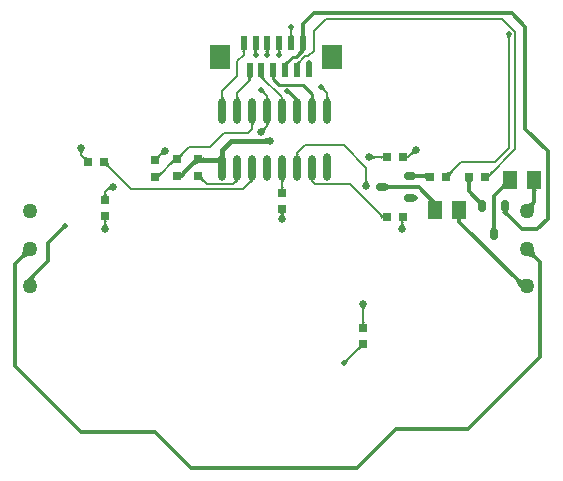
<source format=gbl>
G04 Layer_Physical_Order=2*
G04 Layer_Color=16711680*
%FSLAX25Y25*%
%MOIN*%
G70*
G01*
G75*
%ADD10C,0.00800*%
%ADD11C,0.01200*%
%ADD12C,0.01000*%
%ADD13C,0.01500*%
%ADD14C,0.05000*%
%ADD15C,0.02000*%
%ADD16C,0.02500*%
%ADD17R,0.05000X0.06300*%
%ADD18O,0.02362X0.08661*%
G04:AMPARAMS|DCode=19|XSize=23.62mil|YSize=39.37mil|CornerRadius=5.91mil|HoleSize=0mil|Usage=FLASHONLY|Rotation=90.000|XOffset=0mil|YOffset=0mil|HoleType=Round|Shape=RoundedRectangle|*
%AMROUNDEDRECTD19*
21,1,0.02362,0.02756,0,0,90.0*
21,1,0.01181,0.03937,0,0,90.0*
1,1,0.01181,0.01378,0.00591*
1,1,0.01181,0.01378,-0.00591*
1,1,0.01181,-0.01378,-0.00591*
1,1,0.01181,-0.01378,0.00591*
%
%ADD19ROUNDEDRECTD19*%
G04:AMPARAMS|DCode=20|XSize=23.62mil|YSize=39.37mil|CornerRadius=5.91mil|HoleSize=0mil|Usage=FLASHONLY|Rotation=180.000|XOffset=0mil|YOffset=0mil|HoleType=Round|Shape=RoundedRectangle|*
%AMROUNDEDRECTD20*
21,1,0.02362,0.02756,0,0,180.0*
21,1,0.01181,0.03937,0,0,180.0*
1,1,0.01181,-0.00591,0.01378*
1,1,0.01181,0.00591,0.01378*
1,1,0.01181,0.00591,-0.01378*
1,1,0.01181,-0.00591,-0.01378*
%
%ADD20ROUNDEDRECTD20*%
%ADD21R,0.03000X0.03000*%
%ADD22R,0.03000X0.03000*%
%ADD23R,0.07087X0.07874*%
%ADD24R,0.01969X0.04921*%
G36*
X3771404Y3025859D02*
X3771416Y3025721D01*
X3771436Y3025599D01*
X3771464Y3025493D01*
X3771500Y3025404D01*
X3771544Y3025331D01*
X3771596Y3025274D01*
X3771656Y3025233D01*
X3771724Y3025209D01*
X3771800Y3025201D01*
X3770200D01*
X3770276Y3025209D01*
X3770344Y3025233D01*
X3770404Y3025274D01*
X3770456Y3025331D01*
X3770500Y3025404D01*
X3770536Y3025493D01*
X3770564Y3025599D01*
X3770584Y3025721D01*
X3770596Y3025859D01*
X3770600Y3026013D01*
X3771400D01*
X3771404Y3025859D01*
D02*
G37*
G36*
X3806133Y3026430D02*
X3806213Y3026361D01*
X3806308Y3026300D01*
X3806421Y3026247D01*
X3806549Y3026202D01*
X3806695Y3026165D01*
X3806857Y3026137D01*
X3807035Y3026116D01*
X3807441Y3026100D01*
Y3024900D01*
X3807230Y3024896D01*
X3806857Y3024863D01*
X3806695Y3024835D01*
X3806549Y3024798D01*
X3806421Y3024753D01*
X3806308Y3024700D01*
X3806213Y3024639D01*
X3806133Y3024570D01*
X3806071Y3024492D01*
Y3026508D01*
X3806133Y3026430D01*
D02*
G37*
G36*
X3834361Y3027512D02*
X3834259Y3027476D01*
X3834169Y3027415D01*
X3834091Y3027330D01*
X3834025Y3027221D01*
X3833971Y3027088D01*
X3833929Y3026930D01*
X3833899Y3026748D01*
X3833881Y3026542D01*
X3833875Y3026312D01*
X3832675D01*
X3832669Y3026542D01*
X3832651Y3026748D01*
X3832621Y3026930D01*
X3832579Y3027088D01*
X3832525Y3027221D01*
X3832459Y3027330D01*
X3832381Y3027415D01*
X3832291Y3027476D01*
X3832189Y3027512D01*
X3832075Y3027524D01*
X3834475D01*
X3834361Y3027512D01*
D02*
G37*
G36*
X3756590Y3027880D02*
X3756534Y3027852D01*
X3756467Y3027809D01*
X3756386Y3027750D01*
X3756187Y3027586D01*
X3755796Y3027224D01*
X3755472Y3026906D01*
X3754790Y3027356D01*
X3754928Y3027500D01*
X3755131Y3027747D01*
X3755196Y3027852D01*
X3755236Y3027943D01*
X3755253Y3028021D01*
X3755245Y3028087D01*
X3755213Y3028139D01*
X3755157Y3028179D01*
X3755076Y3028205D01*
X3756590Y3027880D01*
D02*
G37*
G36*
X3799405Y3027820D02*
X3799419Y3027708D01*
X3799443Y3027599D01*
X3799476Y3027491D01*
X3799519Y3027386D01*
X3799571Y3027283D01*
X3799633Y3027182D01*
X3799704Y3027083D01*
X3799785Y3026987D01*
X3799875Y3026893D01*
X3798125D01*
X3798215Y3026987D01*
X3798296Y3027083D01*
X3798367Y3027182D01*
X3798429Y3027283D01*
X3798481Y3027386D01*
X3798524Y3027491D01*
X3798557Y3027599D01*
X3798581Y3027708D01*
X3798595Y3027820D01*
X3798600Y3027934D01*
X3799400D01*
X3799405Y3027820D01*
D02*
G37*
G36*
X3712404Y3023359D02*
X3712416Y3023221D01*
X3712436Y3023099D01*
X3712464Y3022993D01*
X3712500Y3022904D01*
X3712544Y3022831D01*
X3712596Y3022774D01*
X3712656Y3022733D01*
X3712724Y3022709D01*
X3712800Y3022701D01*
X3711200D01*
X3711276Y3022709D01*
X3711344Y3022733D01*
X3711404Y3022774D01*
X3711456Y3022831D01*
X3711500Y3022904D01*
X3711536Y3022993D01*
X3711564Y3023099D01*
X3711584Y3023221D01*
X3711596Y3023359D01*
X3711600Y3023513D01*
X3712400D01*
X3712404Y3023359D01*
D02*
G37*
G36*
X3814441Y3021158D02*
X3814421Y3021177D01*
X3814390Y3021195D01*
X3814349Y3021210D01*
X3814298Y3021223D01*
X3814236Y3021234D01*
X3814164Y3021244D01*
X3813990Y3021256D01*
X3813774Y3021260D01*
Y3022260D01*
X3813887Y3022261D01*
X3814236Y3022285D01*
X3814298Y3022297D01*
X3814349Y3022310D01*
X3814390Y3022325D01*
X3814421Y3022342D01*
X3814441Y3022362D01*
Y3021158D01*
D02*
G37*
G36*
X3856086Y3024662D02*
X3855984Y3024626D01*
X3855894Y3024565D01*
X3855816Y3024480D01*
X3855750Y3024371D01*
X3855696Y3024238D01*
X3855654Y3024080D01*
X3855624Y3023898D01*
X3855606Y3023692D01*
X3855600Y3023462D01*
X3854400D01*
X3854394Y3023692D01*
X3854376Y3023898D01*
X3854346Y3024080D01*
X3854304Y3024238D01*
X3854250Y3024371D01*
X3854184Y3024480D01*
X3854106Y3024565D01*
X3854016Y3024626D01*
X3853914Y3024662D01*
X3853800Y3024674D01*
X3856200D01*
X3856086Y3024662D01*
D02*
G37*
G36*
X3713783Y3024476D02*
X3713696Y3024530D01*
X3713608Y3024568D01*
X3713520Y3024591D01*
X3713432Y3024599D01*
X3713343Y3024592D01*
X3713254Y3024570D01*
X3713165Y3024533D01*
X3713076Y3024480D01*
X3712986Y3024413D01*
X3712896Y3024330D01*
X3712458Y3025024D01*
X3712606Y3025174D01*
X3713317Y3025971D01*
X3713371Y3026049D01*
X3713414Y3026118D01*
X3713783Y3024476D01*
D02*
G37*
G36*
X3844512Y3024662D02*
X3843663Y3023815D01*
Y3025512D01*
X3843826Y3025683D01*
X3843972Y3025854D01*
X3844101Y3026024D01*
X3844212Y3026195D01*
X3844307Y3026365D01*
X3844384Y3026534D01*
X3844445Y3026703D01*
X3844488Y3026872D01*
X3844515Y3027041D01*
X3844524Y3027209D01*
X3844512Y3024662D01*
D02*
G37*
G36*
X3761589Y3027880D02*
X3761534Y3027852D01*
X3761467Y3027809D01*
X3761386Y3027750D01*
X3761188Y3027586D01*
X3760796Y3027224D01*
X3760472Y3026906D01*
X3759790Y3027356D01*
X3759928Y3027500D01*
X3760131Y3027747D01*
X3760196Y3027852D01*
X3760237Y3027943D01*
X3760253Y3028021D01*
X3760245Y3028087D01*
X3760213Y3028139D01*
X3760157Y3028179D01*
X3760076Y3028205D01*
X3761589Y3027880D01*
D02*
G37*
G36*
X3827779Y3030488D02*
X3827620Y3030324D01*
X3827371Y3030030D01*
X3827281Y3029900D01*
X3827213Y3029781D01*
X3827168Y3029673D01*
X3827145Y3029577D01*
Y3029492D01*
X3827168Y3029419D01*
X3827213Y3029357D01*
X3826081Y3030488D01*
X3826144Y3030443D01*
X3826217Y3030420D01*
X3826302D01*
X3826398Y3030443D01*
X3826506Y3030488D01*
X3826625Y3030556D01*
X3826755Y3030646D01*
X3826896Y3030759D01*
X3827213Y3031054D01*
X3827779Y3030488D01*
D02*
G37*
G36*
X3730554Y3029488D02*
X3730446Y3029375D01*
X3730350Y3029262D01*
X3730265Y3029149D01*
X3730191Y3029036D01*
X3730129Y3028922D01*
X3730079Y3028809D01*
X3730039Y3028696D01*
X3730011Y3028583D01*
X3729994Y3028470D01*
X3729988Y3028357D01*
Y3030488D01*
X3729994Y3030411D01*
X3730011Y3030354D01*
X3730039Y3030317D01*
X3730079Y3030301D01*
X3730129Y3030304D01*
X3730191Y3030327D01*
X3730265Y3030370D01*
X3730350Y3030433D01*
X3730446Y3030516D01*
X3730554Y3030619D01*
Y3029488D01*
D02*
G37*
G36*
X3738761Y3029912D02*
X3738519Y3029662D01*
X3738112Y3029187D01*
X3737946Y3028962D01*
X3737806Y3028745D01*
X3737691Y3028538D01*
X3737603Y3028338D01*
X3737539Y3028147D01*
X3737501Y3027965D01*
X3737488Y3027791D01*
Y3030738D01*
X3737497Y3030670D01*
X3737522Y3030627D01*
X3737564Y3030610D01*
X3737624Y3030617D01*
X3737700Y3030649D01*
X3737793Y3030706D01*
X3737904Y3030788D01*
X3738031Y3030896D01*
X3738337Y3031185D01*
X3738761Y3029912D01*
D02*
G37*
G36*
X3766774Y3033010D02*
X3766738Y3032957D01*
X3766705Y3032894D01*
X3766677Y3032820D01*
X3766654Y3032735D01*
X3766634Y3032640D01*
X3766619Y3032534D01*
X3766602Y3032291D01*
X3766600Y3032153D01*
X3765400D01*
X3765398Y3032291D01*
X3765380Y3032534D01*
X3765366Y3032640D01*
X3765346Y3032735D01*
X3765322Y3032820D01*
X3765295Y3032894D01*
X3765262Y3032957D01*
X3765226Y3033010D01*
X3765185Y3033052D01*
X3766815D01*
X3766774Y3033010D01*
D02*
G37*
G36*
X3713158Y3033366D02*
X3713127Y3033301D01*
X3713121Y3033221D01*
X3713141Y3033129D01*
X3713185Y3033022D01*
X3713254Y3032902D01*
X3713348Y3032769D01*
X3713467Y3032622D01*
X3713779Y3032287D01*
X3712988Y3031946D01*
X3712834Y3032095D01*
X3712553Y3032330D01*
X3712427Y3032417D01*
X3712309Y3032484D01*
X3712201Y3032530D01*
X3712101Y3032556D01*
X3712011Y3032562D01*
X3711929Y3032547D01*
X3711856Y3032512D01*
X3713213Y3033418D01*
X3713158Y3033366D01*
D02*
G37*
G36*
X3744443Y3029071D02*
X3744430Y3028990D01*
X3744438Y3028899D01*
X3744465Y3028800D01*
X3744513Y3028691D01*
X3744581Y3028573D01*
X3744669Y3028447D01*
X3744777Y3028311D01*
X3745054Y3028012D01*
X3744738Y3027196D01*
X3744562Y3027367D01*
X3744251Y3027633D01*
X3744117Y3027729D01*
X3743997Y3027799D01*
X3743891Y3027844D01*
X3743799Y3027864D01*
X3743721Y3027859D01*
X3743657Y3027829D01*
X3743607Y3027774D01*
X3744476Y3029143D01*
X3744443Y3029071D01*
D02*
G37*
G36*
X3771718Y3028041D02*
X3771651Y3028009D01*
X3771592Y3027957D01*
X3771541Y3027883D01*
X3771498Y3027789D01*
X3771463Y3027674D01*
X3771435Y3027537D01*
X3771416Y3027380D01*
X3771404Y3027201D01*
X3771400Y3027002D01*
X3770600D01*
X3770596Y3027201D01*
X3770565Y3027537D01*
X3770537Y3027674D01*
X3770502Y3027789D01*
X3770459Y3027883D01*
X3770407Y3027957D01*
X3770349Y3028009D01*
X3770282Y3028041D01*
X3770207Y3028051D01*
X3771793D01*
X3771718Y3028041D01*
D02*
G37*
G36*
X3818799Y3028040D02*
X3818787Y3028154D01*
X3818750Y3028256D01*
X3818690Y3028346D01*
X3818605Y3028424D01*
X3818496Y3028490D01*
X3818363Y3028544D01*
X3818205Y3028586D01*
X3818023Y3028616D01*
X3817817Y3028634D01*
X3817587Y3028640D01*
Y3029840D01*
X3817817Y3029846D01*
X3818023Y3029864D01*
X3818205Y3029894D01*
X3818363Y3029936D01*
X3818496Y3029990D01*
X3818605Y3030056D01*
X3818690Y3030134D01*
X3818750Y3030224D01*
X3818787Y3030326D01*
X3818799Y3030440D01*
Y3028040D01*
D02*
G37*
G36*
X3840779Y3029713D02*
X3840670Y3029598D01*
X3840572Y3029484D01*
X3840485Y3029370D01*
X3840411Y3029256D01*
X3840347Y3029143D01*
X3840295Y3029030D01*
X3840255Y3028918D01*
X3840225Y3028805D01*
X3840207Y3028693D01*
X3840201Y3028582D01*
X3840213Y3030488D01*
X3840256Y3030492D01*
X3840303Y3030502D01*
X3840352Y3030520D01*
X3840404Y3030545D01*
X3840459Y3030577D01*
X3840517Y3030616D01*
X3840578Y3030663D01*
X3840709Y3030777D01*
X3840779Y3030844D01*
Y3029713D01*
D02*
G37*
G36*
X3815582Y3030170D02*
X3815662Y3030101D01*
X3815757Y3030040D01*
X3815870Y3029987D01*
X3815998Y3029942D01*
X3816144Y3029905D01*
X3816306Y3029877D01*
X3816484Y3029856D01*
X3816890Y3029840D01*
Y3028640D01*
X3816679Y3028636D01*
X3816306Y3028604D01*
X3816144Y3028575D01*
X3815998Y3028538D01*
X3815870Y3028493D01*
X3815757Y3028440D01*
X3815662Y3028379D01*
X3815582Y3028310D01*
X3815519Y3028233D01*
Y3030248D01*
X3815582Y3030170D01*
D02*
G37*
G36*
X3686975Y3002500D02*
X3686662Y3002496D01*
X3686089Y3002444D01*
X3685830Y3002396D01*
X3685588Y3002333D01*
X3685364Y3002255D01*
X3685158Y3002163D01*
X3684970Y3002057D01*
X3684800Y3001935D01*
X3684647Y3001799D01*
X3683799Y3002648D01*
X3683935Y3002800D01*
X3684056Y3002970D01*
X3684163Y3003158D01*
X3684255Y3003364D01*
X3684333Y3003588D01*
X3684396Y3003830D01*
X3684444Y3004089D01*
X3684477Y3004367D01*
X3684496Y3004662D01*
X3684500Y3004975D01*
X3686975Y3002500D01*
D02*
G37*
G36*
X3688798Y2995950D02*
X3688642Y2995777D01*
X3688520Y2995606D01*
X3688431Y2995437D01*
X3688375Y2995268D01*
X3688354Y2995101D01*
X3688366Y2994936D01*
X3688411Y2994771D01*
X3688491Y2994608D01*
X3688604Y2994446D01*
X3688750Y2994285D01*
X3685521Y2994516D01*
X3685641Y2994608D01*
X3686123Y2995024D01*
X3687637Y2996485D01*
X3688798Y2995950D01*
D02*
G37*
G36*
X3855004Y3004662D02*
X3855056Y3004089D01*
X3855104Y3003830D01*
X3855167Y3003588D01*
X3855244Y3003364D01*
X3855337Y3003158D01*
X3855444Y3002970D01*
X3855565Y3002800D01*
X3855701Y3002648D01*
X3854853Y3001799D01*
X3854700Y3001935D01*
X3854530Y3002057D01*
X3854342Y3002163D01*
X3854136Y3002255D01*
X3853912Y3002333D01*
X3853670Y3002396D01*
X3853411Y3002444D01*
X3853133Y3002477D01*
X3852838Y3002496D01*
X3852525Y3002500D01*
X3855000Y3004975D01*
X3855004Y3004662D01*
D02*
G37*
G36*
X3842104Y3012730D02*
X3842137Y3012357D01*
X3842165Y3012195D01*
X3842202Y3012050D01*
X3842247Y3011921D01*
X3842300Y3011808D01*
X3842361Y3011713D01*
X3842430Y3011633D01*
X3842508Y3011571D01*
X3840492D01*
X3840570Y3011633D01*
X3840639Y3011713D01*
X3840700Y3011808D01*
X3840753Y3011921D01*
X3840798Y3012050D01*
X3840835Y3012195D01*
X3840863Y3012357D01*
X3840884Y3012535D01*
X3840900Y3012942D01*
X3842100D01*
X3842104Y3012730D01*
D02*
G37*
G36*
X3698490Y3011500D02*
X3698459Y3011496D01*
X3698423Y3011484D01*
X3698381Y3011463D01*
X3698334Y3011434D01*
X3698281Y3011397D01*
X3698159Y3011298D01*
X3698015Y3011165D01*
X3697934Y3011086D01*
X3697086Y3011934D01*
X3697165Y3012015D01*
X3697397Y3012281D01*
X3697434Y3012334D01*
X3697463Y3012381D01*
X3697484Y3012423D01*
X3697496Y3012459D01*
X3697500Y3012490D01*
X3698490Y3011500D01*
D02*
G37*
G36*
X3797643Y2971799D02*
X3797582Y2971843D01*
X3797509Y2971865D01*
X3797425Y2971863D01*
X3797329Y2971839D01*
X3797222Y2971793D01*
X3797103Y2971724D01*
X3796973Y2971632D01*
X3796831Y2971518D01*
X3796512Y2971221D01*
X3795946Y2971787D01*
X3796106Y2971952D01*
X3796357Y2972248D01*
X3796449Y2972378D01*
X3796518Y2972497D01*
X3796564Y2972605D01*
X3796588Y2972700D01*
X3796590Y2972784D01*
X3796568Y2972857D01*
X3796524Y2972918D01*
X3797643Y2971799D01*
D02*
G37*
G36*
X3792906Y2967615D02*
X3792838Y2967544D01*
X3792719Y2967397D01*
X3792669Y2967322D01*
X3792624Y2967246D01*
X3792585Y2967169D01*
X3792552Y2967091D01*
X3792525Y2967012D01*
X3792504Y2966932D01*
X3792489Y2966851D01*
X3791669Y2967986D01*
X3791750Y2967976D01*
X3791830Y2967975D01*
X3791909Y2967983D01*
X3791987Y2967999D01*
X3792065Y2968025D01*
X3792142Y2968059D01*
X3792218Y2968101D01*
X3792293Y2968152D01*
X3792367Y2968212D01*
X3792440Y2968281D01*
X3792906Y2967615D01*
D02*
G37*
G36*
X3798404Y2980859D02*
X3798416Y2980721D01*
X3798436Y2980599D01*
X3798464Y2980493D01*
X3798500Y2980404D01*
X3798544Y2980331D01*
X3798596Y2980274D01*
X3798656Y2980234D01*
X3798724Y2980209D01*
X3798800Y2980201D01*
X3797200D01*
X3797276Y2980209D01*
X3797344Y2980234D01*
X3797404Y2980274D01*
X3797456Y2980331D01*
X3797500Y2980404D01*
X3797536Y2980493D01*
X3797564Y2980599D01*
X3797584Y2980721D01*
X3797596Y2980859D01*
X3797600Y2981013D01*
X3798400D01*
X3798404Y2980859D01*
D02*
G37*
G36*
X3849760Y2995106D02*
X3849935Y2994986D01*
X3850122Y2994889D01*
X3850322Y2994817D01*
X3850533Y2994769D01*
X3850756Y2994745D01*
X3850991Y2994745D01*
X3851238Y2994769D01*
X3851498Y2994818D01*
X3851769Y2994891D01*
X3850095Y2991817D01*
X3849996Y2992152D01*
X3849685Y2993020D01*
X3849577Y2993264D01*
X3849356Y2993684D01*
X3849242Y2993860D01*
X3849126Y2994013D01*
X3849008Y2994143D01*
X3849598Y2995251D01*
X3849760Y2995106D01*
D02*
G37*
G36*
X3798785Y2985513D02*
X3798704Y2985417D01*
X3798633Y2985318D01*
X3798571Y2985217D01*
X3798519Y2985114D01*
X3798476Y2985009D01*
X3798443Y2984901D01*
X3798419Y2984792D01*
X3798405Y2984680D01*
X3798400Y2984566D01*
X3797600D01*
X3797595Y2984680D01*
X3797581Y2984792D01*
X3797557Y2984901D01*
X3797524Y2985009D01*
X3797481Y2985114D01*
X3797429Y2985217D01*
X3797367Y2985318D01*
X3797296Y2985417D01*
X3797215Y2985513D01*
X3797125Y2985607D01*
X3798875D01*
X3798785Y2985513D01*
D02*
G37*
G36*
X3712405Y3013320D02*
X3712419Y3013208D01*
X3712443Y3013099D01*
X3712476Y3012991D01*
X3712519Y3012886D01*
X3712571Y3012783D01*
X3712633Y3012682D01*
X3712704Y3012583D01*
X3712785Y3012487D01*
X3712875Y3012393D01*
X3711125D01*
X3711215Y3012487D01*
X3711296Y3012583D01*
X3711367Y3012682D01*
X3711429Y3012783D01*
X3711481Y3012886D01*
X3711524Y3012991D01*
X3711557Y3013099D01*
X3711581Y3013208D01*
X3711595Y3013320D01*
X3711600Y3013434D01*
X3712400D01*
X3712405Y3013320D01*
D02*
G37*
G36*
X3855424Y3020076D02*
X3855284Y3019920D01*
X3855164Y3019753D01*
X3855066Y3019574D01*
X3854987Y3019385D01*
X3854929Y3019184D01*
X3854892Y3018972D01*
X3854874Y3018749D01*
X3854878Y3018515D01*
X3854902Y3018269D01*
X3854947Y3018013D01*
X3852307Y3019992D01*
X3852590Y3020021D01*
X3852859Y3020064D01*
X3853115Y3020119D01*
X3853357Y3020187D01*
X3853585Y3020268D01*
X3853799Y3020362D01*
X3854000Y3020469D01*
X3854187Y3020589D01*
X3854361Y3020723D01*
X3854520Y3020869D01*
X3855424Y3020076D01*
D02*
G37*
G36*
X3804299Y3014582D02*
X3804290Y3014695D01*
X3804264Y3014815D01*
X3804221Y3014941D01*
X3804161Y3015074D01*
X3804084Y3015212D01*
X3803989Y3015356D01*
X3803877Y3015507D01*
X3803602Y3015827D01*
X3803439Y3015996D01*
X3803721Y3016844D01*
X3803831Y3016740D01*
X3803929Y3016660D01*
X3804016Y3016602D01*
X3804091Y3016567D01*
X3804155Y3016555D01*
X3804206Y3016567D01*
X3804247Y3016602D01*
X3804276Y3016660D01*
X3804293Y3016740D01*
X3804299Y3016844D01*
Y3014582D01*
D02*
G37*
G36*
X3845990Y3019128D02*
X3845962Y3019107D01*
X3845936Y3019075D01*
X3845914Y3019033D01*
X3845894Y3018981D01*
X3845878Y3018919D01*
X3845864Y3018847D01*
X3845854Y3018765D01*
X3845842Y3018571D01*
X3845840Y3018460D01*
X3844640Y3018434D01*
X3844638Y3019492D01*
X3845990Y3019128D01*
D02*
G37*
G36*
X3821232Y3021625D02*
X3821401Y3021481D01*
X3821571Y3021354D01*
X3821741Y3021243D01*
X3821910Y3021150D01*
X3822080Y3021074D01*
X3822250Y3021014D01*
X3822420Y3020972D01*
X3822589Y3020947D01*
X3822759Y3020938D01*
X3819512D01*
X3819637Y3020947D01*
X3819731Y3020972D01*
X3819793Y3021014D01*
X3819825Y3021074D01*
X3819826Y3021150D01*
X3819796Y3021243D01*
X3819735Y3021354D01*
X3819642Y3021481D01*
X3819519Y3021625D01*
X3819365Y3021786D01*
X3821062D01*
X3821232Y3021625D01*
D02*
G37*
G36*
X3836569Y3021788D02*
X3837027Y3021397D01*
X3837226Y3021256D01*
X3837406Y3021152D01*
X3837565Y3021084D01*
X3837705Y3021054D01*
X3837825Y3021059D01*
X3837925Y3021101D01*
X3838005Y3021180D01*
X3836591Y3019224D01*
X3836646Y3019328D01*
X3836669Y3019447D01*
X3836661Y3019580D01*
X3836622Y3019728D01*
X3836552Y3019891D01*
X3836450Y3020068D01*
X3836317Y3020259D01*
X3836153Y3020465D01*
X3835731Y3020921D01*
X3836310Y3022039D01*
X3836569Y3021788D01*
D02*
G37*
G36*
X3712724Y3014291D02*
X3712656Y3014267D01*
X3712596Y3014226D01*
X3712544Y3014169D01*
X3712500Y3014096D01*
X3712464Y3014007D01*
X3712436Y3013901D01*
X3712416Y3013779D01*
X3712404Y3013641D01*
X3712400Y3013487D01*
X3711600D01*
X3711596Y3013641D01*
X3711584Y3013779D01*
X3711564Y3013901D01*
X3711536Y3014007D01*
X3711500Y3014096D01*
X3711456Y3014169D01*
X3711404Y3014226D01*
X3711344Y3014267D01*
X3711276Y3014291D01*
X3711200Y3014299D01*
X3712800D01*
X3712724Y3014291D01*
D02*
G37*
G36*
X3811724Y3014016D02*
X3811656Y3013992D01*
X3811596Y3013951D01*
X3811544Y3013894D01*
X3811500Y3013821D01*
X3811464Y3013732D01*
X3811436Y3013626D01*
X3811416Y3013504D01*
X3811404Y3013366D01*
X3811404Y3013349D01*
X3811405Y3013320D01*
X3811419Y3013208D01*
X3811443Y3013099D01*
X3811476Y3012991D01*
X3811519Y3012886D01*
X3811571Y3012783D01*
X3811633Y3012682D01*
X3811704Y3012583D01*
X3811785Y3012487D01*
X3811875Y3012393D01*
X3810125D01*
X3810215Y3012487D01*
X3810296Y3012583D01*
X3810367Y3012682D01*
X3810429Y3012783D01*
X3810481Y3012886D01*
X3810524Y3012991D01*
X3810557Y3013099D01*
X3810581Y3013208D01*
X3810595Y3013320D01*
X3810596Y3013349D01*
X3810596Y3013366D01*
X3810584Y3013504D01*
X3810564Y3013626D01*
X3810536Y3013732D01*
X3810500Y3013821D01*
X3810456Y3013894D01*
X3810404Y3013951D01*
X3810344Y3013992D01*
X3810276Y3014016D01*
X3810200Y3014024D01*
X3811800D01*
X3811724Y3014016D01*
D02*
G37*
G36*
X3830650Y3014667D02*
X3830640Y3014647D01*
X3830630Y3014613D01*
X3830622Y3014566D01*
X3830616Y3014506D01*
X3830603Y3014243D01*
X3830600Y3014000D01*
X3829400D01*
X3829399Y3014128D01*
X3829370Y3014613D01*
X3829360Y3014647D01*
X3829350Y3014667D01*
X3829338Y3014674D01*
X3830662D01*
X3830650Y3014667D01*
D02*
G37*
G36*
X3846334Y3017539D02*
X3846313Y3017450D01*
X3846313Y3017352D01*
X3846334Y3017247D01*
X3846376Y3017134D01*
X3846439Y3017013D01*
X3846522Y3016885D01*
X3846626Y3016748D01*
X3846751Y3016604D01*
X3846897Y3016451D01*
X3845668Y3015984D01*
X3844424Y3017302D01*
X3846376Y3017621D01*
X3846334Y3017539D01*
D02*
G37*
G36*
X3771405Y3016820D02*
X3771407Y3016799D01*
X3771800D01*
X3771724Y3016791D01*
X3771656Y3016767D01*
X3771596Y3016726D01*
X3771544Y3016669D01*
X3771500Y3016596D01*
X3771468Y3016517D01*
X3771476Y3016491D01*
X3771519Y3016386D01*
X3771571Y3016283D01*
X3771633Y3016182D01*
X3771704Y3016083D01*
X3771785Y3015987D01*
X3771875Y3015893D01*
X3770125D01*
X3770215Y3015987D01*
X3770296Y3016083D01*
X3770367Y3016182D01*
X3770429Y3016283D01*
X3770481Y3016386D01*
X3770524Y3016491D01*
X3770532Y3016517D01*
X3770500Y3016596D01*
X3770456Y3016669D01*
X3770404Y3016726D01*
X3770344Y3016767D01*
X3770276Y3016791D01*
X3770200Y3016799D01*
X3770592D01*
X3770595Y3016820D01*
X3770600Y3016934D01*
X3771400D01*
X3771405Y3016820D01*
D02*
G37*
G36*
X3768656Y3062116D02*
X3768630Y3062096D01*
X3768607Y3062063D01*
X3768587Y3062018D01*
X3768570Y3061959D01*
X3768556Y3061887D01*
X3768545Y3061802D01*
X3768533Y3061593D01*
X3768531Y3061469D01*
X3767532D01*
X3767530Y3061593D01*
X3767507Y3061887D01*
X3767493Y3061959D01*
X3767476Y3062018D01*
X3767456Y3062063D01*
X3767433Y3062096D01*
X3767407Y3062116D01*
X3767378Y3062122D01*
X3768685D01*
X3768656Y3062116D01*
D02*
G37*
G36*
X3760881Y3062114D02*
X3760814Y3062090D01*
X3760754Y3062050D01*
X3760701Y3061994D01*
X3760658Y3061922D01*
X3760622Y3061834D01*
X3760593Y3061730D01*
X3760574Y3061610D01*
X3760561Y3061474D01*
X3760558Y3061322D01*
X3759758D01*
X3759753Y3061474D01*
X3759742Y3061610D01*
X3759721Y3061730D01*
X3759694Y3061834D01*
X3759658Y3061922D01*
X3759613Y3061994D01*
X3759562Y3062050D01*
X3759502Y3062090D01*
X3759433Y3062114D01*
X3759357Y3062122D01*
X3760957D01*
X3760881Y3062114D01*
D02*
G37*
G36*
X3765049Y3062117D02*
X3765045Y3062100D01*
X3765055Y3062071D01*
X3765078Y3062032D01*
X3765116Y3061981D01*
X3765167Y3061919D01*
X3765403Y3061664D01*
X3765509Y3061556D01*
X3764377Y3061557D01*
X3764264Y3061664D01*
X3764151Y3061761D01*
X3764038Y3061845D01*
X3763925Y3061919D01*
X3763812Y3061981D01*
X3763699Y3062032D01*
X3763586Y3062071D01*
X3763473Y3062100D01*
X3763359Y3062117D01*
X3763247Y3062122D01*
X3765067D01*
X3765049Y3062117D01*
D02*
G37*
G36*
X3780681Y3066261D02*
X3780664Y3066227D01*
X3780649Y3066183D01*
X3780636Y3066129D01*
X3780625Y3066065D01*
X3780609Y3065909D01*
X3780601Y3065713D01*
X3780600Y3065600D01*
X3779400D01*
X3779399Y3065713D01*
X3779375Y3066065D01*
X3779364Y3066129D01*
X3779351Y3066183D01*
X3779336Y3066227D01*
X3779319Y3066261D01*
X3779300Y3066286D01*
X3780700D01*
X3780681Y3066261D01*
D02*
G37*
G36*
X3772470Y3065876D02*
X3772487Y3065683D01*
X3772502Y3065597D01*
X3772521Y3065519D01*
X3772544Y3065448D01*
X3772571Y3065384D01*
X3772602Y3065327D01*
X3772638Y3065278D01*
X3772677Y3065236D01*
X3771278Y3065192D01*
X3771314Y3065235D01*
X3771347Y3065286D01*
X3771375Y3065343D01*
X3771400Y3065408D01*
X3771421Y3065480D01*
X3771438Y3065559D01*
X3771451Y3065645D01*
X3771466Y3065839D01*
X3771468Y3065947D01*
X3772469Y3065984D01*
X3772470Y3065876D01*
D02*
G37*
G36*
X3766403Y3055810D02*
X3766428Y3055493D01*
X3766451Y3055365D01*
X3766479Y3055256D01*
X3766513Y3055167D01*
X3766554Y3055097D01*
X3766602Y3055048D01*
X3766655Y3055018D01*
X3766715Y3055008D01*
X3765285D01*
X3765345Y3055018D01*
X3765398Y3055048D01*
X3765446Y3055097D01*
X3765487Y3055167D01*
X3765521Y3055256D01*
X3765549Y3055365D01*
X3765572Y3055493D01*
X3765587Y3055642D01*
X3765600Y3055998D01*
X3766400D01*
X3766403Y3055810D01*
D02*
G37*
G36*
X3786404Y3055799D02*
X3786435Y3055463D01*
X3786463Y3055326D01*
X3786498Y3055211D01*
X3786541Y3055117D01*
X3786592Y3055043D01*
X3786651Y3054991D01*
X3786718Y3054959D01*
X3786793Y3054949D01*
X3785207D01*
X3785282Y3054959D01*
X3785349Y3054991D01*
X3785408Y3055043D01*
X3785459Y3055117D01*
X3785502Y3055211D01*
X3785537Y3055326D01*
X3785565Y3055463D01*
X3785584Y3055620D01*
X3785596Y3055799D01*
X3785600Y3055998D01*
X3786400D01*
X3786404Y3055799D01*
D02*
G37*
G36*
X3773451Y3057817D02*
X3773471Y3057784D01*
X3773499Y3057746D01*
X3773575Y3057651D01*
X3773746Y3057464D01*
X3773896Y3057311D01*
X3773520Y3056273D01*
X3773442Y3056347D01*
X3773367Y3056412D01*
X3773294Y3056466D01*
X3773225Y3056511D01*
X3773158Y3056545D01*
X3773093Y3056570D01*
X3773031Y3056584D01*
X3772972Y3056589D01*
X3772916Y3056584D01*
X3772863Y3056568D01*
X3773439Y3057844D01*
X3773451Y3057817D01*
D02*
G37*
G36*
X3785003Y3058907D02*
X3785013Y3058824D01*
X3785030Y3058743D01*
X3785055Y3058664D01*
X3785087Y3058585D01*
X3785126Y3058508D01*
X3785172Y3058432D01*
X3785226Y3058357D01*
X3785287Y3058283D01*
X3785355Y3058211D01*
X3784790Y3057645D01*
X3784717Y3057713D01*
X3784643Y3057774D01*
X3784568Y3057828D01*
X3784492Y3057874D01*
X3784415Y3057913D01*
X3784336Y3057945D01*
X3784257Y3057970D01*
X3784175Y3057987D01*
X3784093Y3057997D01*
X3784010Y3058000D01*
X3785000Y3058990D01*
X3785003Y3058907D01*
D02*
G37*
G36*
X3765003Y3057907D02*
X3765013Y3057824D01*
X3765030Y3057743D01*
X3765055Y3057664D01*
X3765087Y3057585D01*
X3765126Y3057508D01*
X3765172Y3057432D01*
X3765226Y3057357D01*
X3765287Y3057283D01*
X3765355Y3057211D01*
X3764790Y3056645D01*
X3764717Y3056713D01*
X3764643Y3056774D01*
X3764568Y3056828D01*
X3764492Y3056874D01*
X3764415Y3056913D01*
X3764336Y3056945D01*
X3764257Y3056970D01*
X3764175Y3056987D01*
X3764093Y3056997D01*
X3764010Y3057000D01*
X3765000Y3057990D01*
X3765003Y3057907D01*
D02*
G37*
G36*
X3773648Y3067441D02*
X3773430Y3067216D01*
X3773091Y3066822D01*
X3772971Y3066652D01*
X3772882Y3066502D01*
X3772827Y3066369D01*
X3772803Y3066256D01*
X3772813Y3066161D01*
X3772855Y3066084D01*
X3772929Y3066026D01*
X3771105Y3067007D01*
X3771201Y3066971D01*
X3771307Y3066958D01*
X3771423Y3066970D01*
X3771548Y3067006D01*
X3771685Y3067066D01*
X3771831Y3067150D01*
X3771988Y3067258D01*
X3772155Y3067390D01*
X3772332Y3067546D01*
X3772520Y3067727D01*
X3773648Y3067441D01*
D02*
G37*
G36*
X3847143Y3075725D02*
X3847092Y3075660D01*
X3847047Y3075590D01*
X3847008Y3075516D01*
X3846975Y3075438D01*
X3846948Y3075356D01*
X3846927Y3075269D01*
X3846912Y3075178D01*
X3846903Y3075083D01*
X3846900Y3074983D01*
X3846100D01*
X3846097Y3075083D01*
X3846088Y3075178D01*
X3846073Y3075269D01*
X3846052Y3075356D01*
X3846025Y3075438D01*
X3845992Y3075516D01*
X3845953Y3075590D01*
X3845908Y3075660D01*
X3845857Y3075725D01*
X3845800Y3075786D01*
X3847200D01*
X3847143Y3075725D01*
D02*
G37*
G36*
X3778846Y3070980D02*
X3778714Y3070973D01*
X3778581Y3070952D01*
X3778447Y3070917D01*
X3778312Y3070867D01*
X3778175Y3070804D01*
X3778038Y3070726D01*
X3777900Y3070634D01*
X3777761Y3070528D01*
X3777621Y3070408D01*
X3777480Y3070273D01*
X3776195Y3070402D01*
X3776418Y3070632D01*
X3776763Y3071034D01*
X3776884Y3071205D01*
X3776972Y3071356D01*
X3777026Y3071488D01*
X3777046Y3071600D01*
X3777032Y3071691D01*
X3776984Y3071764D01*
X3776902Y3071816D01*
X3778846Y3070980D01*
D02*
G37*
G36*
X3774404Y3076524D02*
X3774416Y3076385D01*
X3774436Y3076264D01*
X3774464Y3076158D01*
X3774500Y3076069D01*
X3774544Y3075996D01*
X3774596Y3075939D01*
X3774656Y3075898D01*
X3774724Y3075874D01*
X3774800Y3075866D01*
X3773200D01*
X3773276Y3075874D01*
X3773344Y3075898D01*
X3773404Y3075939D01*
X3773456Y3075996D01*
X3773500Y3076069D01*
X3773536Y3076158D01*
X3773564Y3076264D01*
X3773584Y3076385D01*
X3773596Y3076524D01*
X3773600Y3076678D01*
X3774400D01*
X3774404Y3076524D01*
D02*
G37*
G36*
X3774643Y3078225D02*
X3774592Y3078160D01*
X3774547Y3078090D01*
X3774508Y3078016D01*
X3774475Y3077938D01*
X3774448Y3077856D01*
X3774427Y3077769D01*
X3774412Y3077678D01*
X3774403Y3077583D01*
X3774400Y3077484D01*
X3773600D01*
X3773597Y3077583D01*
X3773588Y3077678D01*
X3773573Y3077769D01*
X3773552Y3077856D01*
X3773525Y3077938D01*
X3773492Y3078016D01*
X3773453Y3078090D01*
X3773408Y3078160D01*
X3773357Y3078225D01*
X3773300Y3078286D01*
X3774700D01*
X3774643Y3078225D01*
D02*
G37*
G36*
X3778478Y3076850D02*
X3778508Y3076466D01*
X3778534Y3076310D01*
X3778567Y3076178D01*
X3778608Y3076070D01*
X3778656Y3075986D01*
X3778712Y3075926D01*
X3778775Y3075890D01*
X3778846Y3075878D01*
X3776902D01*
X3776973Y3075890D01*
X3777036Y3075926D01*
X3777092Y3075986D01*
X3777140Y3076070D01*
X3777181Y3076178D01*
X3777214Y3076310D01*
X3777240Y3076466D01*
X3777259Y3076646D01*
X3777274Y3077078D01*
X3778474D01*
X3778478Y3076850D01*
D02*
G37*
G36*
X3765823Y3070980D02*
X3767035D01*
X3766946Y3070971D01*
X3766865Y3070941D01*
X3766795Y3070890D01*
X3766733Y3070820D01*
X3766681Y3070731D01*
X3766639Y3070621D01*
X3766605Y3070490D01*
X3766604Y3070480D01*
X3766608Y3070458D01*
X3766628Y3070386D01*
X3766652Y3070321D01*
X3766679Y3070263D01*
X3766709Y3070212D01*
X3766743Y3070169D01*
X3766568Y3070180D01*
X3766568Y3070171D01*
X3766563Y3069980D01*
X3765563D01*
X3765558Y3070171D01*
X3765552Y3070244D01*
X3765347Y3070257D01*
X3765387Y3070298D01*
X3765424Y3070346D01*
X3765457Y3070402D01*
X3765485Y3070465D01*
X3765509Y3070536D01*
X3765509Y3070536D01*
X3765487Y3070621D01*
X3765445Y3070731D01*
X3765393Y3070820D01*
X3765332Y3070890D01*
X3765261Y3070941D01*
X3765181Y3070971D01*
X3765091Y3070980D01*
X3765562D01*
X3765563Y3071000D01*
X3765823Y3070980D01*
D02*
G37*
G36*
X3777443Y3067378D02*
X3777268Y3067197D01*
X3776995Y3066880D01*
X3776898Y3066744D01*
X3776828Y3066623D01*
X3776783Y3066518D01*
X3776764Y3066427D01*
X3776772Y3066352D01*
X3776806Y3066292D01*
X3776866Y3066246D01*
X3775388Y3067007D01*
X3775465Y3066979D01*
X3775550Y3066970D01*
X3775644Y3066980D01*
X3775745Y3067010D01*
X3775854Y3067058D01*
X3775971Y3067125D01*
X3776096Y3067212D01*
X3776229Y3067317D01*
X3776370Y3067442D01*
X3776519Y3067585D01*
X3777443Y3067378D01*
D02*
G37*
G36*
X3758913Y3070972D02*
X3758845Y3070948D01*
X3758785Y3070909D01*
X3758733Y3070852D01*
X3758689Y3070781D01*
X3758653Y3070692D01*
X3758625Y3070588D01*
X3758605Y3070469D01*
X3758593Y3070333D01*
X3758589Y3070181D01*
X3757789D01*
X3757785Y3070333D01*
X3757773Y3070469D01*
X3757753Y3070588D01*
X3757725Y3070692D01*
X3757689Y3070781D01*
X3757645Y3070852D01*
X3757593Y3070909D01*
X3757533Y3070948D01*
X3757465Y3070972D01*
X3757389Y3070980D01*
X3758989D01*
X3758913Y3070972D01*
D02*
G37*
G36*
X3770401Y3070980D02*
X3770800D01*
X3770724Y3070972D01*
X3770656Y3070948D01*
X3770596Y3070909D01*
X3770544Y3070852D01*
X3770500Y3070781D01*
X3770464Y3070692D01*
X3770449Y3070639D01*
X3770475Y3070562D01*
X3770508Y3070484D01*
X3770547Y3070410D01*
X3770592Y3070340D01*
X3770643Y3070275D01*
X3770700Y3070214D01*
X3770401D01*
X3770400Y3070181D01*
X3769600D01*
X3769599Y3070214D01*
X3769300D01*
X3769357Y3070275D01*
X3769408Y3070340D01*
X3769453Y3070410D01*
X3769492Y3070484D01*
X3769525Y3070562D01*
X3769550Y3070639D01*
X3769536Y3070692D01*
X3769500Y3070781D01*
X3769456Y3070852D01*
X3769404Y3070909D01*
X3769344Y3070948D01*
X3769276Y3070972D01*
X3769200Y3070980D01*
X3769599D01*
X3769600Y3071017D01*
X3770400D01*
X3770401Y3070980D01*
D02*
G37*
G36*
X3762529Y3071043D02*
X3762535Y3070980D01*
X3762926D01*
X3762850Y3070972D01*
X3762782Y3070948D01*
X3762722Y3070909D01*
X3762670Y3070852D01*
X3762626Y3070781D01*
X3762595Y3070705D01*
X3762601Y3070688D01*
X3762634Y3070610D01*
X3762673Y3070536D01*
X3762718Y3070466D01*
X3762769Y3070401D01*
X3762826Y3070340D01*
X3762531D01*
X3762530Y3070333D01*
X3762526Y3070181D01*
X3761726D01*
X3761722Y3070333D01*
X3761721Y3070340D01*
X3761426D01*
X3761483Y3070401D01*
X3761534Y3070466D01*
X3761579Y3070536D01*
X3761618Y3070610D01*
X3761651Y3070688D01*
X3761657Y3070705D01*
X3761626Y3070781D01*
X3761582Y3070852D01*
X3761530Y3070909D01*
X3761470Y3070948D01*
X3761402Y3070972D01*
X3761326Y3070980D01*
X3761717D01*
X3761723Y3071043D01*
X3761726Y3071143D01*
X3762526D01*
X3762529Y3071043D01*
D02*
G37*
G36*
X3804299Y3034700D02*
X3804291Y3034776D01*
X3804266Y3034844D01*
X3804226Y3034904D01*
X3804169Y3034956D01*
X3804096Y3035000D01*
X3804007Y3035036D01*
X3803901Y3035064D01*
X3803779Y3035084D01*
X3803641Y3035096D01*
X3803487Y3035100D01*
Y3035900D01*
X3803641Y3035904D01*
X3803779Y3035916D01*
X3803901Y3035936D01*
X3804007Y3035964D01*
X3804096Y3036000D01*
X3804169Y3036044D01*
X3804226Y3036096D01*
X3804266Y3036156D01*
X3804291Y3036224D01*
X3804299Y3036300D01*
Y3034700D01*
D02*
G37*
G36*
X3800987Y3036285D02*
X3801083Y3036204D01*
X3801182Y3036133D01*
X3801283Y3036071D01*
X3801386Y3036019D01*
X3801491Y3035976D01*
X3801599Y3035943D01*
X3801708Y3035919D01*
X3801820Y3035905D01*
X3801934Y3035900D01*
Y3035100D01*
X3801820Y3035095D01*
X3801708Y3035081D01*
X3801599Y3035057D01*
X3801491Y3035024D01*
X3801386Y3034981D01*
X3801283Y3034929D01*
X3801182Y3034867D01*
X3801083Y3034796D01*
X3800987Y3034715D01*
X3800893Y3034625D01*
Y3036375D01*
X3800987Y3036285D01*
D02*
G37*
G36*
X3730554Y3035938D02*
X3730395Y3035774D01*
X3730146Y3035480D01*
X3730056Y3035350D01*
X3729988Y3035231D01*
X3729943Y3035123D01*
X3729920Y3035027D01*
Y3034942D01*
X3729943Y3034869D01*
X3729988Y3034807D01*
X3728857Y3035938D01*
X3728919Y3035893D01*
X3728992Y3035870D01*
X3729077D01*
X3729173Y3035893D01*
X3729281Y3035938D01*
X3729400Y3036006D01*
X3729530Y3036096D01*
X3729671Y3036209D01*
X3729988Y3036504D01*
X3730554Y3035938D01*
D02*
G37*
G36*
X3776402Y3036846D02*
X3776434Y3036481D01*
X3776453Y3036392D01*
X3776477Y3036319D01*
X3776504Y3036262D01*
X3776536Y3036222D01*
X3776572Y3036197D01*
X3776613Y3036189D01*
X3775387D01*
X3775428Y3036197D01*
X3775464Y3036222D01*
X3775496Y3036262D01*
X3775523Y3036319D01*
X3775547Y3036392D01*
X3775566Y3036481D01*
X3775581Y3036587D01*
X3775592Y3036708D01*
X3775600Y3037000D01*
X3776400D01*
X3776402Y3036846D01*
D02*
G37*
G36*
X3738054Y3036488D02*
X3737883Y3036312D01*
X3737617Y3036001D01*
X3737521Y3035867D01*
X3737451Y3035747D01*
X3737406Y3035641D01*
X3737386Y3035549D01*
X3737391Y3035471D01*
X3737421Y3035407D01*
X3737476Y3035357D01*
X3736106Y3036226D01*
X3736179Y3036193D01*
X3736260Y3036180D01*
X3736351Y3036188D01*
X3736450Y3036215D01*
X3736559Y3036263D01*
X3736676Y3036331D01*
X3736803Y3036419D01*
X3736939Y3036527D01*
X3737238Y3036804D01*
X3738054Y3036488D01*
D02*
G37*
G36*
X3734512Y3033262D02*
X3734506Y3033291D01*
X3734489Y3033306D01*
X3734461Y3033305D01*
X3734422Y3033289D01*
X3734370Y3033259D01*
X3734308Y3033213D01*
X3734235Y3033153D01*
X3734054Y3032986D01*
X3733946Y3032881D01*
Y3034012D01*
X3734055Y3034127D01*
X3734153Y3034241D01*
X3734240Y3034355D01*
X3734314Y3034469D01*
X3734378Y3034582D01*
X3734430Y3034695D01*
X3734470Y3034808D01*
X3734500Y3034920D01*
X3734518Y3035032D01*
X3734524Y3035143D01*
X3734512Y3033262D01*
D02*
G37*
G36*
X3751753Y3037319D02*
X3751818Y3036419D01*
X3751847Y3036249D01*
X3751883Y3036102D01*
X3751924Y3035976D01*
X3751970Y3035872D01*
X3752021Y3035790D01*
X3750128D01*
X3749833Y3033000D01*
X3749832Y3033142D01*
X3749798Y3033270D01*
X3749730Y3033382D01*
X3749629Y3033480D01*
X3749495Y3033562D01*
X3749326Y3033630D01*
X3749125Y3033682D01*
X3748891Y3033720D01*
X3748623Y3033743D01*
X3748321Y3033750D01*
X3748327Y3035250D01*
X3748659Y3035257D01*
X3749223Y3035317D01*
X3749456Y3035369D01*
X3749654Y3035436D01*
X3749820Y3035517D01*
X3749952Y3035614D01*
X3750051Y3035725D01*
X3750085Y3035790D01*
X3749979D01*
X3750030Y3035872D01*
X3750076Y3035976D01*
X3750117Y3036102D01*
X3750153Y3036249D01*
X3750182Y3036419D01*
X3750225Y3036825D01*
X3750247Y3037319D01*
X3750250Y3037599D01*
X3751750D01*
X3751753Y3037319D01*
D02*
G37*
G36*
X3742959Y3033262D02*
X3742877Y3033341D01*
X3742775Y3033384D01*
X3742654Y3033390D01*
X3742514Y3033360D01*
X3742354Y3033293D01*
X3742175Y3033190D01*
X3741976Y3033051D01*
X3741757Y3032875D01*
X3741262Y3032413D01*
X3740664Y3033512D01*
X3740890Y3033747D01*
X3741248Y3034173D01*
X3741380Y3034365D01*
X3741481Y3034541D01*
X3741550Y3034704D01*
X3741587Y3034852D01*
X3741594Y3034985D01*
X3741569Y3035105D01*
X3741512Y3035209D01*
X3742959Y3033262D01*
D02*
G37*
G36*
X3704952Y3035894D02*
X3705248Y3035643D01*
X3705378Y3035551D01*
X3705497Y3035482D01*
X3705605Y3035436D01*
X3705700Y3035412D01*
X3705785Y3035410D01*
X3705857Y3035432D01*
X3705919Y3035476D01*
X3704799Y3034357D01*
X3704843Y3034418D01*
X3704865Y3034491D01*
X3704863Y3034575D01*
X3704839Y3034670D01*
X3704793Y3034778D01*
X3704724Y3034897D01*
X3704632Y3035027D01*
X3704518Y3035169D01*
X3704221Y3035488D01*
X3704787Y3036054D01*
X3704952Y3035894D01*
D02*
G37*
G36*
X3744492Y3035858D02*
X3744537Y3035730D01*
X3744614Y3035617D01*
X3744719Y3035520D01*
X3744855Y3035438D01*
X3745022Y3035370D01*
X3745218Y3035317D01*
X3745445Y3035280D01*
X3745701Y3035258D01*
X3745988Y3035250D01*
Y3033750D01*
X3745703Y3033745D01*
X3745223Y3033706D01*
X3745028Y3033672D01*
X3744863Y3033628D01*
X3744728Y3033574D01*
X3744623Y3033511D01*
X3744548Y3033438D01*
X3744503Y3033355D01*
X3744488Y3033262D01*
X3744476Y3036000D01*
X3744492Y3035858D01*
D02*
G37*
G36*
X3731670Y3036294D02*
X3731552Y3036321D01*
X3731438Y3036336D01*
X3731327Y3036339D01*
X3731219Y3036330D01*
X3731115Y3036310D01*
X3731015Y3036278D01*
X3730917Y3036233D01*
X3730824Y3036177D01*
X3730733Y3036110D01*
X3730645Y3036030D01*
X3730238Y3036754D01*
X3730312Y3036833D01*
X3730382Y3036918D01*
X3730447Y3037008D01*
X3730509Y3037105D01*
X3730566Y3037207D01*
X3730619Y3037315D01*
X3730712Y3037549D01*
X3730752Y3037675D01*
X3730788Y3037806D01*
X3731670Y3036294D01*
D02*
G37*
G36*
X3775365Y3055845D02*
X3775733Y3055528D01*
X3775843Y3055448D01*
X3775948Y3055380D01*
X3776046Y3055325D01*
X3776139Y3055283D01*
X3776225Y3055254D01*
X3776305Y3055237D01*
X3774852Y3054244D01*
X3774921Y3054307D01*
X3774963Y3054383D01*
X3774979Y3054473D01*
X3774966Y3054575D01*
X3774928Y3054691D01*
X3774862Y3054820D01*
X3774768Y3054962D01*
X3774648Y3055117D01*
X3774501Y3055285D01*
X3774326Y3055466D01*
X3775231Y3055976D01*
X3775365Y3055845D01*
D02*
G37*
G36*
X3766572Y3046803D02*
X3766536Y3046778D01*
X3766504Y3046738D01*
X3766476Y3046681D01*
X3766453Y3046608D01*
X3766434Y3046519D01*
X3766419Y3046413D01*
X3766409Y3046292D01*
X3766400Y3046000D01*
X3765600D01*
X3765598Y3046154D01*
X3765566Y3046519D01*
X3765547Y3046608D01*
X3765524Y3046681D01*
X3765496Y3046738D01*
X3765464Y3046778D01*
X3765428Y3046803D01*
X3765387Y3046811D01*
X3766613D01*
X3766572Y3046803D01*
D02*
G37*
G36*
X3781505Y3055882D02*
X3781544Y3055418D01*
X3781578Y3055230D01*
X3781623Y3055070D01*
X3781676Y3054940D01*
X3781740Y3054839D01*
X3781814Y3054766D01*
X3781897Y3054723D01*
X3781990Y3054708D01*
X3780009D01*
X3780103Y3054723D01*
X3780186Y3054766D01*
X3780260Y3054839D01*
X3780323Y3054940D01*
X3780378Y3055070D01*
X3780421Y3055230D01*
X3780456Y3055418D01*
X3780481Y3055635D01*
X3780495Y3055882D01*
X3780500Y3056157D01*
X3781500D01*
X3781505Y3055882D01*
D02*
G37*
G36*
X3756404Y3055799D02*
X3756435Y3055463D01*
X3756463Y3055326D01*
X3756498Y3055211D01*
X3756541Y3055117D01*
X3756593Y3055043D01*
X3756651Y3054991D01*
X3756718Y3054959D01*
X3756793Y3054949D01*
X3755207D01*
X3755282Y3054959D01*
X3755349Y3054991D01*
X3755408Y3055043D01*
X3755458Y3055117D01*
X3755502Y3055211D01*
X3755537Y3055326D01*
X3755565Y3055463D01*
X3755584Y3055620D01*
X3755596Y3055799D01*
X3755600Y3055998D01*
X3756400D01*
X3756404Y3055799D01*
D02*
G37*
G36*
X3751404D02*
X3751435Y3055463D01*
X3751463Y3055326D01*
X3751498Y3055211D01*
X3751542Y3055117D01*
X3751592Y3055043D01*
X3751651Y3054991D01*
X3751718Y3054959D01*
X3751793Y3054949D01*
X3750207D01*
X3750282Y3054959D01*
X3750349Y3054991D01*
X3750407Y3055043D01*
X3750459Y3055117D01*
X3750502Y3055211D01*
X3750537Y3055326D01*
X3750565Y3055463D01*
X3750584Y3055620D01*
X3750596Y3055799D01*
X3750600Y3055998D01*
X3751400D01*
X3751404Y3055799D01*
D02*
G37*
G36*
X3704785Y3037513D02*
X3704704Y3037417D01*
X3704633Y3037318D01*
X3704571Y3037217D01*
X3704519Y3037114D01*
X3704476Y3037009D01*
X3704443Y3036901D01*
X3704419Y3036792D01*
X3704405Y3036680D01*
X3704400Y3036566D01*
X3703600D01*
X3703595Y3036680D01*
X3703581Y3036792D01*
X3703557Y3036901D01*
X3703524Y3037009D01*
X3703481Y3037114D01*
X3703429Y3037217D01*
X3703367Y3037318D01*
X3703296Y3037417D01*
X3703215Y3037513D01*
X3703125Y3037607D01*
X3704875D01*
X3704785Y3037513D01*
D02*
G37*
G36*
X3815488Y3036750D02*
X3815357Y3036747D01*
X3815232Y3036736D01*
X3815112Y3036717D01*
X3814997Y3036689D01*
X3814887Y3036653D01*
X3814782Y3036609D01*
X3814683Y3036556D01*
X3814588Y3036496D01*
X3814499Y3036427D01*
X3814415Y3036349D01*
X3813849Y3036915D01*
X3813927Y3036999D01*
X3813996Y3037088D01*
X3814056Y3037183D01*
X3814109Y3037282D01*
X3814153Y3037387D01*
X3814189Y3037497D01*
X3814217Y3037612D01*
X3814236Y3037732D01*
X3814247Y3037857D01*
X3814250Y3037988D01*
X3815488Y3036750D01*
D02*
G37*
G36*
X3766107Y3040125D02*
X3766077Y3040149D01*
X3766034Y3040170D01*
X3765979Y3040189D01*
X3765911Y3040205D01*
X3765832Y3040219D01*
X3765636Y3040239D01*
X3765391Y3040249D01*
X3765250Y3040250D01*
Y3041750D01*
X3765391Y3041751D01*
X3765832Y3041781D01*
X3765911Y3041795D01*
X3765979Y3041811D01*
X3766034Y3041830D01*
X3766077Y3041851D01*
X3766107Y3041875D01*
Y3040125D01*
D02*
G37*
G36*
X3761718Y3046939D02*
X3761651Y3046907D01*
X3761592Y3046855D01*
X3761541Y3046781D01*
X3761498Y3046687D01*
X3761463Y3046571D01*
X3761435Y3046435D01*
X3761416Y3046277D01*
X3761404Y3046099D01*
X3761400Y3045900D01*
X3760600D01*
X3760596Y3046099D01*
X3760565Y3046435D01*
X3760537Y3046571D01*
X3760502Y3046687D01*
X3760459Y3046781D01*
X3760408Y3046855D01*
X3760349Y3046907D01*
X3760282Y3046939D01*
X3760207Y3046949D01*
X3761793D01*
X3761718Y3046939D01*
D02*
G37*
G36*
X3765651Y3045085D02*
X3765573Y3045001D01*
X3765504Y3044912D01*
X3765443Y3044817D01*
X3765391Y3044718D01*
X3765347Y3044613D01*
X3765311Y3044503D01*
X3765283Y3044388D01*
X3765264Y3044268D01*
X3765253Y3044143D01*
X3765250Y3044012D01*
X3764013Y3045250D01*
X3764143Y3045253D01*
X3764268Y3045264D01*
X3764388Y3045283D01*
X3764503Y3045311D01*
X3764613Y3045347D01*
X3764718Y3045391D01*
X3764817Y3045444D01*
X3764912Y3045504D01*
X3765001Y3045573D01*
X3765085Y3045651D01*
X3765651Y3045085D01*
D02*
G37*
D10*
X3791500Y2967000D02*
X3791725D01*
X3798000Y2973275D01*
Y2978725D02*
Y2986500D01*
X3800000Y3035500D02*
X3805775D01*
X3791500Y3039500D02*
X3799000Y3032000D01*
Y3026000D02*
Y3032000D01*
X3793500Y3026500D02*
X3804500Y3015500D01*
X3805775D01*
X3728500Y3034450D02*
X3731550Y3037500D01*
X3732000D01*
X3764000Y3044000D02*
X3766000Y3046000D01*
Y3050949D01*
X3735250Y3034750D02*
X3736000D01*
X3729500Y3029000D02*
X3735250Y3034750D01*
X3728500Y3029000D02*
X3729500D01*
X3704000Y3036275D02*
Y3038500D01*
Y3036275D02*
X3706275Y3034000D01*
X3720500Y3025000D02*
X3758000D01*
X3711725Y3033775D02*
Y3034000D01*
Y3033775D02*
X3720500Y3025000D01*
X3713500Y3025500D02*
X3714500D01*
X3712000Y3024000D02*
X3713500Y3025500D01*
X3712000Y3021225D02*
Y3024000D01*
Y3011500D02*
Y3015775D01*
X3761000Y3045000D02*
Y3050949D01*
X3759500Y3043500D02*
X3761000Y3045000D01*
X3751500Y3043500D02*
X3759500D01*
X3747000Y3039000D02*
X3751500Y3043500D01*
X3740000Y3039000D02*
X3747000D01*
X3736000Y3035000D02*
X3740000Y3039000D01*
X3736000Y3034750D02*
Y3035000D01*
X3743000Y3029250D02*
X3743250D01*
X3746000Y3026500D01*
X3754500D01*
X3756000Y3028000D01*
Y3032051D01*
X3758000Y3025000D02*
X3761000Y3028000D01*
Y3032051D01*
X3776000D02*
Y3037000D01*
X3771000Y3032051D02*
Y3035000D01*
Y3015000D02*
Y3018275D01*
Y3023725D02*
Y3032051D01*
X3782000Y3026500D02*
X3793500D01*
X3781000Y3027500D02*
X3782000Y3026500D01*
X3781000Y3027500D02*
Y3032051D01*
X3813000Y3035500D02*
X3815500Y3038000D01*
X3811225Y3035500D02*
X3813000D01*
X3811000Y3011500D02*
Y3015275D01*
X3811225Y3015500D01*
X3825725Y3029000D02*
X3830725Y3034000D01*
X3842000D01*
X3846500Y3038500D01*
X3838725Y3029000D02*
X3839500D01*
X3758189Y3069689D02*
Y3073429D01*
X3756000Y3050949D02*
Y3057000D01*
X3751000Y3050949D02*
Y3057500D01*
X3771000Y3050949D02*
Y3055500D01*
X3756000Y3057000D02*
X3760157Y3061157D01*
Y3064571D01*
X3762126Y3069626D02*
Y3073429D01*
X3764000Y3058000D02*
X3766000Y3056000D01*
Y3050949D02*
Y3056000D01*
X3764095Y3062406D02*
Y3064571D01*
Y3062406D02*
X3771000Y3055500D01*
X3784000Y3059000D02*
X3786000Y3057000D01*
X3770000Y3069500D02*
Y3073429D01*
X3786000Y3050949D02*
Y3057000D01*
X3781500Y3071000D02*
Y3077500D01*
X3779600Y3069100D02*
X3781500Y3071000D01*
X3778600Y3069100D02*
X3779600D01*
X3776000Y3037000D02*
X3778500Y3039500D01*
X3791500D01*
X3751000Y3057500D02*
X3756000Y3062500D01*
Y3067500D01*
X3758189Y3069689D01*
X3775906Y3064571D02*
Y3066405D01*
X3778600Y3069100D01*
X3848600Y3038100D02*
Y3077370D01*
X3839500Y3029000D02*
X3848600Y3038100D01*
X3774000Y3073492D02*
Y3079000D01*
X3773937Y3073429D02*
X3774000Y3073492D01*
X3846500Y3038500D02*
Y3076500D01*
X3781500Y3077500D02*
X3785732Y3081732D01*
X3844238D01*
X3848600Y3077370D01*
D11*
X3796000Y2932000D02*
X3809000Y2945000D01*
X3740500Y2932000D02*
X3796000D01*
X3728500Y2944000D02*
X3740500Y2932000D01*
X3682000Y3000000D02*
X3687000Y3005000D01*
X3682000Y2966000D02*
Y3000000D01*
Y2966000D02*
X3704000Y2944000D01*
X3852500Y2992500D02*
X3853500D01*
X3809000Y2945000D02*
X3833000D01*
X3704000Y2944000D02*
X3728500D01*
X3766000Y3032051D02*
Y3034000D01*
X3736000Y3029250D02*
X3737250D01*
X3742750Y3034750D01*
X3743000D01*
X3852500Y3017500D02*
Y3018000D01*
X3855000Y3020500D01*
Y3027800D01*
X3841500Y3009776D02*
Y3022500D01*
X3846800Y3027800D01*
X3847000D01*
X3833275Y3024225D02*
Y3029000D01*
Y3024225D02*
X3837760Y3019740D01*
Y3019224D02*
Y3019740D01*
X3852500Y3005000D02*
X3857000Y3000500D01*
Y2969000D02*
Y3000500D01*
X3833000Y2945000D02*
X3857000Y2969000D01*
X3851500Y2992500D02*
X3852500D01*
X3830000Y3014000D02*
X3851500Y2992500D01*
X3830000Y3014000D02*
Y3017800D01*
X3804276Y3025500D02*
X3816500D01*
X3822000Y3020000D01*
Y3017800D02*
Y3020000D01*
X3813725Y3029240D02*
X3820035D01*
X3780000Y3064728D02*
Y3067000D01*
X3687000Y2992500D02*
Y2995000D01*
X3693000Y3001000D01*
X3845240Y3017260D02*
Y3019224D01*
Y3017260D02*
X3851000Y3011500D01*
X3856000D01*
X3859500Y3015000D01*
Y3037500D01*
X3852000Y3045000D02*
X3859500Y3037500D01*
X3852000Y3045000D02*
Y3078932D01*
X3847500Y3083432D02*
X3852000Y3078932D01*
X3781432Y3083432D02*
X3847500D01*
X3777874Y3079874D02*
X3781432Y3083432D01*
X3777874Y3073429D02*
Y3079874D01*
X3693000Y3007000D02*
X3698500Y3012500D01*
X3693000Y3001000D02*
Y3007000D01*
D12*
X3813725Y3021760D02*
X3815240D01*
X3766063Y3069563D02*
Y3073429D01*
X3766000Y3069500D02*
X3766063Y3069563D01*
X3776000Y3050949D02*
Y3054500D01*
X3768031Y3061469D02*
Y3064571D01*
X3781000Y3050949D02*
Y3056500D01*
X3771968Y3064571D02*
Y3066468D01*
X3777874Y3071374D02*
Y3073429D01*
X3775500Y3069000D02*
X3777874Y3071374D01*
X3773000Y3057500D02*
X3776000Y3054500D01*
X3772500Y3057500D02*
X3773000D01*
X3777800Y3059700D02*
X3781000Y3056500D01*
X3769800Y3059700D02*
X3777800D01*
X3768031Y3061469D02*
X3769800Y3059700D01*
X3771968Y3064571D02*
X3772000Y3064539D01*
Y3064500D02*
Y3064539D01*
X3771968Y3066468D02*
X3774500Y3069000D01*
X3775500D01*
D13*
X3743250Y3034500D02*
X3751000D01*
X3743000Y3034750D02*
X3743250Y3034500D01*
X3751000Y3032051D02*
Y3034500D01*
X3754000Y3041000D02*
X3767000D01*
X3751000Y3038000D02*
X3754000Y3041000D01*
X3751000Y3034500D02*
Y3038000D01*
D14*
X3687000Y2992500D02*
D03*
Y3005000D02*
D03*
Y3017500D02*
D03*
X3852500Y2992500D02*
D03*
Y3005000D02*
D03*
Y3017500D02*
D03*
D15*
X3791500Y2967000D02*
D03*
X3815240Y3021760D02*
D03*
X3845500Y3020000D02*
D03*
X3762126Y3069626D02*
D03*
X3764000Y3058000D02*
D03*
X3766000Y3069500D02*
D03*
X3784000Y3059000D02*
D03*
X3770000Y3069500D02*
D03*
X3780000Y3067000D02*
D03*
X3772500Y3057500D02*
D03*
X3772000Y3064500D02*
D03*
X3846500Y3076500D02*
D03*
X3774000Y3079000D02*
D03*
X3698500Y3012500D02*
D03*
D16*
X3786000Y3035500D02*
D03*
X3800000D02*
D03*
X3732000Y3037500D02*
D03*
X3764000Y3044000D02*
D03*
X3704000Y3038500D02*
D03*
X3714500Y3025500D02*
D03*
X3712000Y3011500D02*
D03*
X3798000Y2986500D02*
D03*
X3799000Y3026000D02*
D03*
X3766000Y3034000D02*
D03*
X3771000Y3015000D02*
D03*
X3815500Y3038000D02*
D03*
X3811000Y3011500D02*
D03*
X3767000Y3041000D02*
D03*
D17*
X3830000Y3017800D02*
D03*
X3822000D02*
D03*
X3855000Y3027800D02*
D03*
X3847000D02*
D03*
D18*
X3751000Y3050949D02*
D03*
X3756000D02*
D03*
X3761000D02*
D03*
X3766000D02*
D03*
X3771000D02*
D03*
X3776000D02*
D03*
X3781000D02*
D03*
X3786000D02*
D03*
X3751000Y3032051D02*
D03*
X3756000D02*
D03*
X3761000D02*
D03*
X3766000D02*
D03*
X3771000D02*
D03*
X3776000D02*
D03*
X3781000D02*
D03*
X3786000D02*
D03*
D19*
X3804276Y3025500D02*
D03*
X3813725Y3021760D02*
D03*
Y3029240D02*
D03*
D20*
X3841500Y3009776D02*
D03*
X3845240Y3019224D02*
D03*
X3837760D02*
D03*
D21*
X3820275Y3029000D02*
D03*
X3825725D02*
D03*
X3833275D02*
D03*
X3838725D02*
D03*
X3711725Y3034000D02*
D03*
X3706275D02*
D03*
X3805775Y3015500D02*
D03*
X3811225D02*
D03*
X3805775Y3035500D02*
D03*
X3811225D02*
D03*
D22*
X3728500Y3034450D02*
D03*
Y3029000D02*
D03*
X3712000Y3021225D02*
D03*
Y3015775D02*
D03*
X3771000Y3023725D02*
D03*
Y3018275D02*
D03*
X3798000Y2978725D02*
D03*
Y2973275D02*
D03*
X3736000Y3034750D02*
D03*
Y3029250D02*
D03*
X3743000D02*
D03*
Y3034750D02*
D03*
D23*
X3787717Y3069000D02*
D03*
X3750315D02*
D03*
D24*
X3779842Y3064571D02*
D03*
X3775906D02*
D03*
X3771968D02*
D03*
X3768031D02*
D03*
X3764095D02*
D03*
X3760157D02*
D03*
X3777874Y3073429D02*
D03*
X3773937D02*
D03*
X3770000D02*
D03*
X3766063D02*
D03*
X3762126D02*
D03*
X3758189D02*
D03*
M02*

</source>
